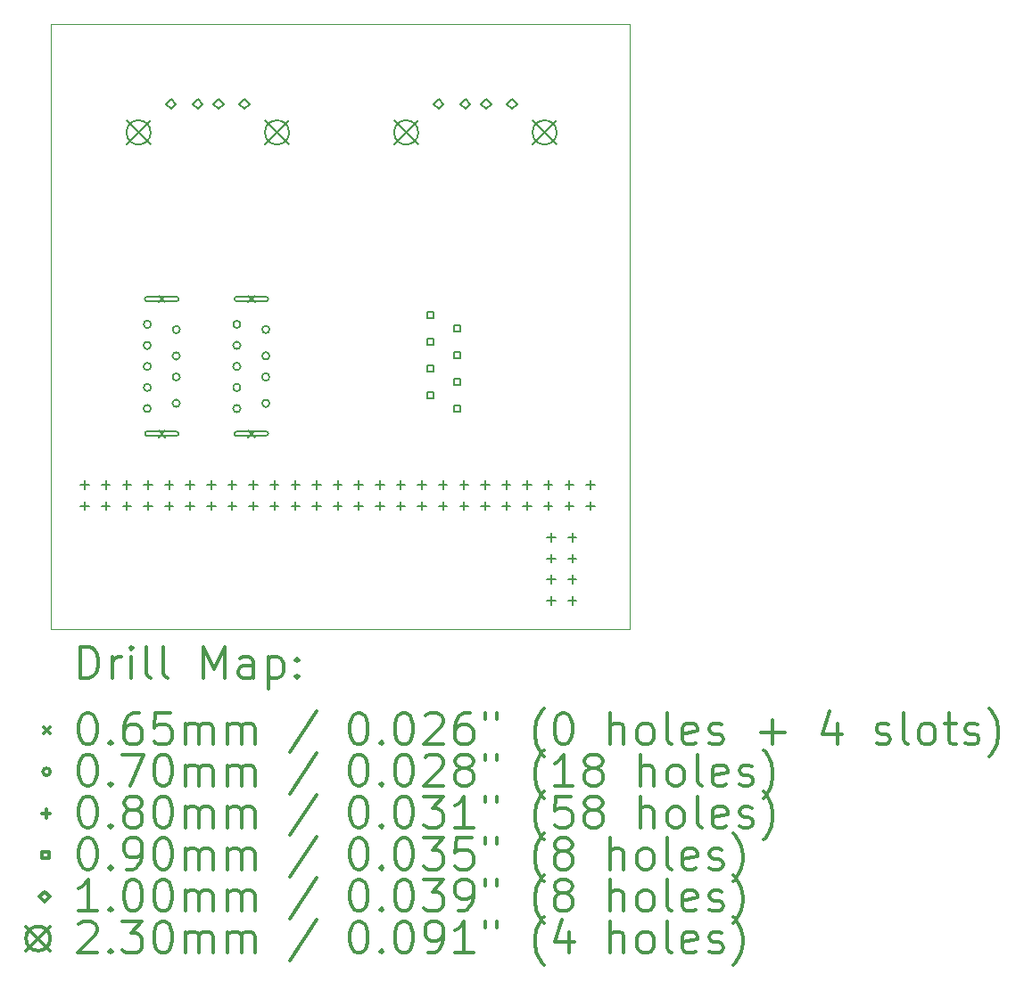
<source format=gbr>
%FSLAX45Y45*%
G04 Gerber Fmt 4.5, Leading zero omitted, Abs format (unit mm)*
G04 Created by KiCad (PCBNEW (5.1.2)-1) date 2019-10-11 14:14:24*
%MOMM*%
%LPD*%
G04 APERTURE LIST*
%ADD10C,0.050000*%
%ADD11C,0.200000*%
%ADD12C,0.300000*%
G04 APERTURE END LIST*
D10*
X13106400Y-7340600D02*
X18606400Y-7340600D01*
X13106400Y-13090600D02*
X13106400Y-7340600D01*
X18606400Y-13090600D02*
X13106400Y-13090600D01*
X18606400Y-7340600D02*
X18606400Y-13090600D01*
D11*
X14130200Y-9924900D02*
X14195200Y-9989900D01*
X14195200Y-9924900D02*
X14130200Y-9989900D01*
X14025200Y-9979900D02*
X14300200Y-9979900D01*
X14025200Y-9934900D02*
X14300200Y-9934900D01*
X14300200Y-9979900D02*
G75*
G03X14300200Y-9934900I0J22500D01*
G01*
X14025200Y-9934900D02*
G75*
G03X14025200Y-9979900I0J-22500D01*
G01*
X14130200Y-11204900D02*
X14195200Y-11269900D01*
X14195200Y-11204900D02*
X14130200Y-11269900D01*
X14025200Y-11259900D02*
X14300200Y-11259900D01*
X14025200Y-11214900D02*
X14300200Y-11214900D01*
X14300200Y-11259900D02*
G75*
G03X14300200Y-11214900I0J22500D01*
G01*
X14025200Y-11214900D02*
G75*
G03X14025200Y-11259900I0J-22500D01*
G01*
X14980200Y-9924900D02*
X15045200Y-9989900D01*
X15045200Y-9924900D02*
X14980200Y-9989900D01*
X14875200Y-9979900D02*
X15150200Y-9979900D01*
X14875200Y-9934900D02*
X15150200Y-9934900D01*
X15150200Y-9979900D02*
G75*
G03X15150200Y-9934900I0J22500D01*
G01*
X14875200Y-9934900D02*
G75*
G03X14875200Y-9979900I0J-22500D01*
G01*
X14980200Y-11204900D02*
X15045200Y-11269900D01*
X15045200Y-11204900D02*
X14980200Y-11269900D01*
X14875200Y-11259900D02*
X15150200Y-11259900D01*
X14875200Y-11214900D02*
X15150200Y-11214900D01*
X15150200Y-11259900D02*
G75*
G03X15150200Y-11214900I0J22500D01*
G01*
X14875200Y-11214900D02*
G75*
G03X14875200Y-11259900I0J-22500D01*
G01*
X14060200Y-10197400D02*
G75*
G03X14060200Y-10197400I-35000J0D01*
G01*
X14060200Y-10397400D02*
G75*
G03X14060200Y-10397400I-35000J0D01*
G01*
X14060200Y-10597400D02*
G75*
G03X14060200Y-10597400I-35000J0D01*
G01*
X14060200Y-10797400D02*
G75*
G03X14060200Y-10797400I-35000J0D01*
G01*
X14060200Y-10997400D02*
G75*
G03X14060200Y-10997400I-35000J0D01*
G01*
X14335200Y-10247400D02*
G75*
G03X14335200Y-10247400I-35000J0D01*
G01*
X14335200Y-10497400D02*
G75*
G03X14335200Y-10497400I-35000J0D01*
G01*
X14335200Y-10697400D02*
G75*
G03X14335200Y-10697400I-35000J0D01*
G01*
X14335200Y-10947400D02*
G75*
G03X14335200Y-10947400I-35000J0D01*
G01*
X14910200Y-10197400D02*
G75*
G03X14910200Y-10197400I-35000J0D01*
G01*
X14910200Y-10397400D02*
G75*
G03X14910200Y-10397400I-35000J0D01*
G01*
X14910200Y-10597400D02*
G75*
G03X14910200Y-10597400I-35000J0D01*
G01*
X14910200Y-10797400D02*
G75*
G03X14910200Y-10797400I-35000J0D01*
G01*
X14910200Y-10997400D02*
G75*
G03X14910200Y-10997400I-35000J0D01*
G01*
X15185200Y-10247400D02*
G75*
G03X15185200Y-10247400I-35000J0D01*
G01*
X15185200Y-10497400D02*
G75*
G03X15185200Y-10497400I-35000J0D01*
G01*
X15185200Y-10697400D02*
G75*
G03X15185200Y-10697400I-35000J0D01*
G01*
X15185200Y-10947400D02*
G75*
G03X15185200Y-10947400I-35000J0D01*
G01*
X17859400Y-12180600D02*
X17859400Y-12260600D01*
X17819400Y-12220600D02*
X17899400Y-12220600D01*
X17859400Y-12380600D02*
X17859400Y-12460600D01*
X17819400Y-12420600D02*
X17899400Y-12420600D01*
X17859400Y-12580600D02*
X17859400Y-12660600D01*
X17819400Y-12620600D02*
X17899400Y-12620600D01*
X17859400Y-12780600D02*
X17859400Y-12860600D01*
X17819400Y-12820600D02*
X17899400Y-12820600D01*
X18059400Y-12180600D02*
X18059400Y-12260600D01*
X18019400Y-12220600D02*
X18099400Y-12220600D01*
X18059400Y-12380600D02*
X18059400Y-12460600D01*
X18019400Y-12420600D02*
X18099400Y-12420600D01*
X18059400Y-12580600D02*
X18059400Y-12660600D01*
X18019400Y-12620600D02*
X18099400Y-12620600D01*
X18059400Y-12780600D02*
X18059400Y-12860600D01*
X18019400Y-12820600D02*
X18099400Y-12820600D01*
X13432400Y-11682600D02*
X13432400Y-11762600D01*
X13392400Y-11722600D02*
X13472400Y-11722600D01*
X13432400Y-11882600D02*
X13432400Y-11962600D01*
X13392400Y-11922600D02*
X13472400Y-11922600D01*
X13632400Y-11682600D02*
X13632400Y-11762600D01*
X13592400Y-11722600D02*
X13672400Y-11722600D01*
X13632400Y-11882600D02*
X13632400Y-11962600D01*
X13592400Y-11922600D02*
X13672400Y-11922600D01*
X13832400Y-11682600D02*
X13832400Y-11762600D01*
X13792400Y-11722600D02*
X13872400Y-11722600D01*
X13832400Y-11882600D02*
X13832400Y-11962600D01*
X13792400Y-11922600D02*
X13872400Y-11922600D01*
X14032400Y-11682600D02*
X14032400Y-11762600D01*
X13992400Y-11722600D02*
X14072400Y-11722600D01*
X14032400Y-11882600D02*
X14032400Y-11962600D01*
X13992400Y-11922600D02*
X14072400Y-11922600D01*
X14232400Y-11682600D02*
X14232400Y-11762600D01*
X14192400Y-11722600D02*
X14272400Y-11722600D01*
X14232400Y-11882600D02*
X14232400Y-11962600D01*
X14192400Y-11922600D02*
X14272400Y-11922600D01*
X14432400Y-11682600D02*
X14432400Y-11762600D01*
X14392400Y-11722600D02*
X14472400Y-11722600D01*
X14432400Y-11882600D02*
X14432400Y-11962600D01*
X14392400Y-11922600D02*
X14472400Y-11922600D01*
X14632400Y-11682600D02*
X14632400Y-11762600D01*
X14592400Y-11722600D02*
X14672400Y-11722600D01*
X14632400Y-11882600D02*
X14632400Y-11962600D01*
X14592400Y-11922600D02*
X14672400Y-11922600D01*
X14832400Y-11682600D02*
X14832400Y-11762600D01*
X14792400Y-11722600D02*
X14872400Y-11722600D01*
X14832400Y-11882600D02*
X14832400Y-11962600D01*
X14792400Y-11922600D02*
X14872400Y-11922600D01*
X15032400Y-11682600D02*
X15032400Y-11762600D01*
X14992400Y-11722600D02*
X15072400Y-11722600D01*
X15032400Y-11882600D02*
X15032400Y-11962600D01*
X14992400Y-11922600D02*
X15072400Y-11922600D01*
X15232400Y-11682600D02*
X15232400Y-11762600D01*
X15192400Y-11722600D02*
X15272400Y-11722600D01*
X15232400Y-11882600D02*
X15232400Y-11962600D01*
X15192400Y-11922600D02*
X15272400Y-11922600D01*
X15432400Y-11682600D02*
X15432400Y-11762600D01*
X15392400Y-11722600D02*
X15472400Y-11722600D01*
X15432400Y-11882600D02*
X15432400Y-11962600D01*
X15392400Y-11922600D02*
X15472400Y-11922600D01*
X15632400Y-11682600D02*
X15632400Y-11762600D01*
X15592400Y-11722600D02*
X15672400Y-11722600D01*
X15632400Y-11882600D02*
X15632400Y-11962600D01*
X15592400Y-11922600D02*
X15672400Y-11922600D01*
X15832400Y-11682600D02*
X15832400Y-11762600D01*
X15792400Y-11722600D02*
X15872400Y-11722600D01*
X15832400Y-11882600D02*
X15832400Y-11962600D01*
X15792400Y-11922600D02*
X15872400Y-11922600D01*
X16032400Y-11682600D02*
X16032400Y-11762600D01*
X15992400Y-11722600D02*
X16072400Y-11722600D01*
X16032400Y-11882600D02*
X16032400Y-11962600D01*
X15992400Y-11922600D02*
X16072400Y-11922600D01*
X16232400Y-11682600D02*
X16232400Y-11762600D01*
X16192400Y-11722600D02*
X16272400Y-11722600D01*
X16232400Y-11882600D02*
X16232400Y-11962600D01*
X16192400Y-11922600D02*
X16272400Y-11922600D01*
X16432400Y-11682600D02*
X16432400Y-11762600D01*
X16392400Y-11722600D02*
X16472400Y-11722600D01*
X16432400Y-11882600D02*
X16432400Y-11962600D01*
X16392400Y-11922600D02*
X16472400Y-11922600D01*
X16632400Y-11682600D02*
X16632400Y-11762600D01*
X16592400Y-11722600D02*
X16672400Y-11722600D01*
X16632400Y-11882600D02*
X16632400Y-11962600D01*
X16592400Y-11922600D02*
X16672400Y-11922600D01*
X16832400Y-11682600D02*
X16832400Y-11762600D01*
X16792400Y-11722600D02*
X16872400Y-11722600D01*
X16832400Y-11882600D02*
X16832400Y-11962600D01*
X16792400Y-11922600D02*
X16872400Y-11922600D01*
X17032400Y-11682600D02*
X17032400Y-11762600D01*
X16992400Y-11722600D02*
X17072400Y-11722600D01*
X17032400Y-11882600D02*
X17032400Y-11962600D01*
X16992400Y-11922600D02*
X17072400Y-11922600D01*
X17232400Y-11682600D02*
X17232400Y-11762600D01*
X17192400Y-11722600D02*
X17272400Y-11722600D01*
X17232400Y-11882600D02*
X17232400Y-11962600D01*
X17192400Y-11922600D02*
X17272400Y-11922600D01*
X17432400Y-11682600D02*
X17432400Y-11762600D01*
X17392400Y-11722600D02*
X17472400Y-11722600D01*
X17432400Y-11882600D02*
X17432400Y-11962600D01*
X17392400Y-11922600D02*
X17472400Y-11922600D01*
X17632400Y-11682600D02*
X17632400Y-11762600D01*
X17592400Y-11722600D02*
X17672400Y-11722600D01*
X17632400Y-11882600D02*
X17632400Y-11962600D01*
X17592400Y-11922600D02*
X17672400Y-11922600D01*
X17832400Y-11682600D02*
X17832400Y-11762600D01*
X17792400Y-11722600D02*
X17872400Y-11722600D01*
X17832400Y-11882600D02*
X17832400Y-11962600D01*
X17792400Y-11922600D02*
X17872400Y-11922600D01*
X18032400Y-11682600D02*
X18032400Y-11762600D01*
X17992400Y-11722600D02*
X18072400Y-11722600D01*
X18032400Y-11882600D02*
X18032400Y-11962600D01*
X17992400Y-11922600D02*
X18072400Y-11922600D01*
X18232400Y-11682600D02*
X18232400Y-11762600D01*
X18192400Y-11722600D02*
X18272400Y-11722600D01*
X18232400Y-11882600D02*
X18232400Y-11962600D01*
X18192400Y-11922600D02*
X18272400Y-11922600D01*
X16745020Y-10141020D02*
X16745020Y-10077380D01*
X16681380Y-10077380D01*
X16681380Y-10141020D01*
X16745020Y-10141020D01*
X16745020Y-10395020D02*
X16745020Y-10331380D01*
X16681380Y-10331380D01*
X16681380Y-10395020D01*
X16745020Y-10395020D01*
X16745020Y-10649020D02*
X16745020Y-10585380D01*
X16681380Y-10585380D01*
X16681380Y-10649020D01*
X16745020Y-10649020D01*
X16745020Y-10903020D02*
X16745020Y-10839380D01*
X16681380Y-10839380D01*
X16681380Y-10903020D01*
X16745020Y-10903020D01*
X16999020Y-10268020D02*
X16999020Y-10204380D01*
X16935380Y-10204380D01*
X16935380Y-10268020D01*
X16999020Y-10268020D01*
X16999020Y-10522020D02*
X16999020Y-10458380D01*
X16935380Y-10458380D01*
X16935380Y-10522020D01*
X16999020Y-10522020D01*
X16999020Y-10776020D02*
X16999020Y-10712380D01*
X16935380Y-10712380D01*
X16935380Y-10776020D01*
X16999020Y-10776020D01*
X16999020Y-11030020D02*
X16999020Y-10966380D01*
X16935380Y-10966380D01*
X16935380Y-11030020D01*
X16999020Y-11030020D01*
X16789400Y-8152600D02*
X16839400Y-8102600D01*
X16789400Y-8052600D01*
X16739400Y-8102600D01*
X16789400Y-8152600D01*
X17043400Y-8152600D02*
X17093400Y-8102600D01*
X17043400Y-8052600D01*
X16993400Y-8102600D01*
X17043400Y-8152600D01*
X17243400Y-8152600D02*
X17293400Y-8102600D01*
X17243400Y-8052600D01*
X17193400Y-8102600D01*
X17243400Y-8152600D01*
X17489400Y-8152600D02*
X17539400Y-8102600D01*
X17489400Y-8052600D01*
X17439400Y-8102600D01*
X17489400Y-8152600D01*
X14249400Y-8152600D02*
X14299400Y-8102600D01*
X14249400Y-8052600D01*
X14199400Y-8102600D01*
X14249400Y-8152600D01*
X14503400Y-8152600D02*
X14553400Y-8102600D01*
X14503400Y-8052600D01*
X14453400Y-8102600D01*
X14503400Y-8152600D01*
X14703400Y-8152600D02*
X14753400Y-8102600D01*
X14703400Y-8052600D01*
X14653400Y-8102600D01*
X14703400Y-8152600D01*
X14949400Y-8152600D02*
X14999400Y-8102600D01*
X14949400Y-8052600D01*
X14899400Y-8102600D01*
X14949400Y-8152600D01*
X16367400Y-8258600D02*
X16597400Y-8488600D01*
X16597400Y-8258600D02*
X16367400Y-8488600D01*
X16597400Y-8373600D02*
G75*
G03X16597400Y-8373600I-115000J0D01*
G01*
X17681400Y-8258600D02*
X17911400Y-8488600D01*
X17911400Y-8258600D02*
X17681400Y-8488600D01*
X17911400Y-8373600D02*
G75*
G03X17911400Y-8373600I-115000J0D01*
G01*
X13827400Y-8258600D02*
X14057400Y-8488600D01*
X14057400Y-8258600D02*
X13827400Y-8488600D01*
X14057400Y-8373600D02*
G75*
G03X14057400Y-8373600I-115000J0D01*
G01*
X15141400Y-8258600D02*
X15371400Y-8488600D01*
X15371400Y-8258600D02*
X15141400Y-8488600D01*
X15371400Y-8373600D02*
G75*
G03X15371400Y-8373600I-115000J0D01*
G01*
D12*
X13390328Y-13558814D02*
X13390328Y-13258814D01*
X13461757Y-13258814D01*
X13504614Y-13273100D01*
X13533186Y-13301671D01*
X13547471Y-13330243D01*
X13561757Y-13387386D01*
X13561757Y-13430243D01*
X13547471Y-13487386D01*
X13533186Y-13515957D01*
X13504614Y-13544529D01*
X13461757Y-13558814D01*
X13390328Y-13558814D01*
X13690328Y-13558814D02*
X13690328Y-13358814D01*
X13690328Y-13415957D02*
X13704614Y-13387386D01*
X13718900Y-13373100D01*
X13747471Y-13358814D01*
X13776043Y-13358814D01*
X13876043Y-13558814D02*
X13876043Y-13358814D01*
X13876043Y-13258814D02*
X13861757Y-13273100D01*
X13876043Y-13287386D01*
X13890328Y-13273100D01*
X13876043Y-13258814D01*
X13876043Y-13287386D01*
X14061757Y-13558814D02*
X14033186Y-13544529D01*
X14018900Y-13515957D01*
X14018900Y-13258814D01*
X14218900Y-13558814D02*
X14190328Y-13544529D01*
X14176043Y-13515957D01*
X14176043Y-13258814D01*
X14561757Y-13558814D02*
X14561757Y-13258814D01*
X14661757Y-13473100D01*
X14761757Y-13258814D01*
X14761757Y-13558814D01*
X15033186Y-13558814D02*
X15033186Y-13401671D01*
X15018900Y-13373100D01*
X14990328Y-13358814D01*
X14933186Y-13358814D01*
X14904614Y-13373100D01*
X15033186Y-13544529D02*
X15004614Y-13558814D01*
X14933186Y-13558814D01*
X14904614Y-13544529D01*
X14890328Y-13515957D01*
X14890328Y-13487386D01*
X14904614Y-13458814D01*
X14933186Y-13444529D01*
X15004614Y-13444529D01*
X15033186Y-13430243D01*
X15176043Y-13358814D02*
X15176043Y-13658814D01*
X15176043Y-13373100D02*
X15204614Y-13358814D01*
X15261757Y-13358814D01*
X15290328Y-13373100D01*
X15304614Y-13387386D01*
X15318900Y-13415957D01*
X15318900Y-13501671D01*
X15304614Y-13530243D01*
X15290328Y-13544529D01*
X15261757Y-13558814D01*
X15204614Y-13558814D01*
X15176043Y-13544529D01*
X15447471Y-13530243D02*
X15461757Y-13544529D01*
X15447471Y-13558814D01*
X15433186Y-13544529D01*
X15447471Y-13530243D01*
X15447471Y-13558814D01*
X15447471Y-13373100D02*
X15461757Y-13387386D01*
X15447471Y-13401671D01*
X15433186Y-13387386D01*
X15447471Y-13373100D01*
X15447471Y-13401671D01*
X13038900Y-14020600D02*
X13103900Y-14085600D01*
X13103900Y-14020600D02*
X13038900Y-14085600D01*
X13447471Y-13888814D02*
X13476043Y-13888814D01*
X13504614Y-13903100D01*
X13518900Y-13917386D01*
X13533186Y-13945957D01*
X13547471Y-14003100D01*
X13547471Y-14074529D01*
X13533186Y-14131671D01*
X13518900Y-14160243D01*
X13504614Y-14174529D01*
X13476043Y-14188814D01*
X13447471Y-14188814D01*
X13418900Y-14174529D01*
X13404614Y-14160243D01*
X13390328Y-14131671D01*
X13376043Y-14074529D01*
X13376043Y-14003100D01*
X13390328Y-13945957D01*
X13404614Y-13917386D01*
X13418900Y-13903100D01*
X13447471Y-13888814D01*
X13676043Y-14160243D02*
X13690328Y-14174529D01*
X13676043Y-14188814D01*
X13661757Y-14174529D01*
X13676043Y-14160243D01*
X13676043Y-14188814D01*
X13947471Y-13888814D02*
X13890328Y-13888814D01*
X13861757Y-13903100D01*
X13847471Y-13917386D01*
X13818900Y-13960243D01*
X13804614Y-14017386D01*
X13804614Y-14131671D01*
X13818900Y-14160243D01*
X13833186Y-14174529D01*
X13861757Y-14188814D01*
X13918900Y-14188814D01*
X13947471Y-14174529D01*
X13961757Y-14160243D01*
X13976043Y-14131671D01*
X13976043Y-14060243D01*
X13961757Y-14031671D01*
X13947471Y-14017386D01*
X13918900Y-14003100D01*
X13861757Y-14003100D01*
X13833186Y-14017386D01*
X13818900Y-14031671D01*
X13804614Y-14060243D01*
X14247471Y-13888814D02*
X14104614Y-13888814D01*
X14090328Y-14031671D01*
X14104614Y-14017386D01*
X14133186Y-14003100D01*
X14204614Y-14003100D01*
X14233186Y-14017386D01*
X14247471Y-14031671D01*
X14261757Y-14060243D01*
X14261757Y-14131671D01*
X14247471Y-14160243D01*
X14233186Y-14174529D01*
X14204614Y-14188814D01*
X14133186Y-14188814D01*
X14104614Y-14174529D01*
X14090328Y-14160243D01*
X14390328Y-14188814D02*
X14390328Y-13988814D01*
X14390328Y-14017386D02*
X14404614Y-14003100D01*
X14433186Y-13988814D01*
X14476043Y-13988814D01*
X14504614Y-14003100D01*
X14518900Y-14031671D01*
X14518900Y-14188814D01*
X14518900Y-14031671D02*
X14533186Y-14003100D01*
X14561757Y-13988814D01*
X14604614Y-13988814D01*
X14633186Y-14003100D01*
X14647471Y-14031671D01*
X14647471Y-14188814D01*
X14790328Y-14188814D02*
X14790328Y-13988814D01*
X14790328Y-14017386D02*
X14804614Y-14003100D01*
X14833186Y-13988814D01*
X14876043Y-13988814D01*
X14904614Y-14003100D01*
X14918900Y-14031671D01*
X14918900Y-14188814D01*
X14918900Y-14031671D02*
X14933186Y-14003100D01*
X14961757Y-13988814D01*
X15004614Y-13988814D01*
X15033186Y-14003100D01*
X15047471Y-14031671D01*
X15047471Y-14188814D01*
X15633186Y-13874529D02*
X15376043Y-14260243D01*
X16018900Y-13888814D02*
X16047471Y-13888814D01*
X16076043Y-13903100D01*
X16090328Y-13917386D01*
X16104614Y-13945957D01*
X16118900Y-14003100D01*
X16118900Y-14074529D01*
X16104614Y-14131671D01*
X16090328Y-14160243D01*
X16076043Y-14174529D01*
X16047471Y-14188814D01*
X16018900Y-14188814D01*
X15990328Y-14174529D01*
X15976043Y-14160243D01*
X15961757Y-14131671D01*
X15947471Y-14074529D01*
X15947471Y-14003100D01*
X15961757Y-13945957D01*
X15976043Y-13917386D01*
X15990328Y-13903100D01*
X16018900Y-13888814D01*
X16247471Y-14160243D02*
X16261757Y-14174529D01*
X16247471Y-14188814D01*
X16233186Y-14174529D01*
X16247471Y-14160243D01*
X16247471Y-14188814D01*
X16447471Y-13888814D02*
X16476043Y-13888814D01*
X16504614Y-13903100D01*
X16518900Y-13917386D01*
X16533186Y-13945957D01*
X16547471Y-14003100D01*
X16547471Y-14074529D01*
X16533186Y-14131671D01*
X16518900Y-14160243D01*
X16504614Y-14174529D01*
X16476043Y-14188814D01*
X16447471Y-14188814D01*
X16418900Y-14174529D01*
X16404614Y-14160243D01*
X16390328Y-14131671D01*
X16376043Y-14074529D01*
X16376043Y-14003100D01*
X16390328Y-13945957D01*
X16404614Y-13917386D01*
X16418900Y-13903100D01*
X16447471Y-13888814D01*
X16661757Y-13917386D02*
X16676043Y-13903100D01*
X16704614Y-13888814D01*
X16776043Y-13888814D01*
X16804614Y-13903100D01*
X16818900Y-13917386D01*
X16833186Y-13945957D01*
X16833186Y-13974529D01*
X16818900Y-14017386D01*
X16647471Y-14188814D01*
X16833186Y-14188814D01*
X17090328Y-13888814D02*
X17033186Y-13888814D01*
X17004614Y-13903100D01*
X16990328Y-13917386D01*
X16961757Y-13960243D01*
X16947471Y-14017386D01*
X16947471Y-14131671D01*
X16961757Y-14160243D01*
X16976043Y-14174529D01*
X17004614Y-14188814D01*
X17061757Y-14188814D01*
X17090328Y-14174529D01*
X17104614Y-14160243D01*
X17118900Y-14131671D01*
X17118900Y-14060243D01*
X17104614Y-14031671D01*
X17090328Y-14017386D01*
X17061757Y-14003100D01*
X17004614Y-14003100D01*
X16976043Y-14017386D01*
X16961757Y-14031671D01*
X16947471Y-14060243D01*
X17233186Y-13888814D02*
X17233186Y-13945957D01*
X17347471Y-13888814D02*
X17347471Y-13945957D01*
X17790328Y-14303100D02*
X17776043Y-14288814D01*
X17747471Y-14245957D01*
X17733186Y-14217386D01*
X17718900Y-14174529D01*
X17704614Y-14103100D01*
X17704614Y-14045957D01*
X17718900Y-13974529D01*
X17733186Y-13931671D01*
X17747471Y-13903100D01*
X17776043Y-13860243D01*
X17790328Y-13845957D01*
X17961757Y-13888814D02*
X17990328Y-13888814D01*
X18018900Y-13903100D01*
X18033186Y-13917386D01*
X18047471Y-13945957D01*
X18061757Y-14003100D01*
X18061757Y-14074529D01*
X18047471Y-14131671D01*
X18033186Y-14160243D01*
X18018900Y-14174529D01*
X17990328Y-14188814D01*
X17961757Y-14188814D01*
X17933186Y-14174529D01*
X17918900Y-14160243D01*
X17904614Y-14131671D01*
X17890328Y-14074529D01*
X17890328Y-14003100D01*
X17904614Y-13945957D01*
X17918900Y-13917386D01*
X17933186Y-13903100D01*
X17961757Y-13888814D01*
X18418900Y-14188814D02*
X18418900Y-13888814D01*
X18547471Y-14188814D02*
X18547471Y-14031671D01*
X18533186Y-14003100D01*
X18504614Y-13988814D01*
X18461757Y-13988814D01*
X18433186Y-14003100D01*
X18418900Y-14017386D01*
X18733186Y-14188814D02*
X18704614Y-14174529D01*
X18690328Y-14160243D01*
X18676043Y-14131671D01*
X18676043Y-14045957D01*
X18690328Y-14017386D01*
X18704614Y-14003100D01*
X18733186Y-13988814D01*
X18776043Y-13988814D01*
X18804614Y-14003100D01*
X18818900Y-14017386D01*
X18833186Y-14045957D01*
X18833186Y-14131671D01*
X18818900Y-14160243D01*
X18804614Y-14174529D01*
X18776043Y-14188814D01*
X18733186Y-14188814D01*
X19004614Y-14188814D02*
X18976043Y-14174529D01*
X18961757Y-14145957D01*
X18961757Y-13888814D01*
X19233186Y-14174529D02*
X19204614Y-14188814D01*
X19147471Y-14188814D01*
X19118900Y-14174529D01*
X19104614Y-14145957D01*
X19104614Y-14031671D01*
X19118900Y-14003100D01*
X19147471Y-13988814D01*
X19204614Y-13988814D01*
X19233186Y-14003100D01*
X19247471Y-14031671D01*
X19247471Y-14060243D01*
X19104614Y-14088814D01*
X19361757Y-14174529D02*
X19390328Y-14188814D01*
X19447471Y-14188814D01*
X19476043Y-14174529D01*
X19490328Y-14145957D01*
X19490328Y-14131671D01*
X19476043Y-14103100D01*
X19447471Y-14088814D01*
X19404614Y-14088814D01*
X19376043Y-14074529D01*
X19361757Y-14045957D01*
X19361757Y-14031671D01*
X19376043Y-14003100D01*
X19404614Y-13988814D01*
X19447471Y-13988814D01*
X19476043Y-14003100D01*
X19847471Y-14074529D02*
X20076043Y-14074529D01*
X19961757Y-14188814D02*
X19961757Y-13960243D01*
X20576043Y-13988814D02*
X20576043Y-14188814D01*
X20504614Y-13874529D02*
X20433186Y-14088814D01*
X20618900Y-14088814D01*
X20947471Y-14174529D02*
X20976043Y-14188814D01*
X21033186Y-14188814D01*
X21061757Y-14174529D01*
X21076043Y-14145957D01*
X21076043Y-14131671D01*
X21061757Y-14103100D01*
X21033186Y-14088814D01*
X20990328Y-14088814D01*
X20961757Y-14074529D01*
X20947471Y-14045957D01*
X20947471Y-14031671D01*
X20961757Y-14003100D01*
X20990328Y-13988814D01*
X21033186Y-13988814D01*
X21061757Y-14003100D01*
X21247471Y-14188814D02*
X21218900Y-14174529D01*
X21204614Y-14145957D01*
X21204614Y-13888814D01*
X21404614Y-14188814D02*
X21376043Y-14174529D01*
X21361757Y-14160243D01*
X21347471Y-14131671D01*
X21347471Y-14045957D01*
X21361757Y-14017386D01*
X21376043Y-14003100D01*
X21404614Y-13988814D01*
X21447471Y-13988814D01*
X21476043Y-14003100D01*
X21490328Y-14017386D01*
X21504614Y-14045957D01*
X21504614Y-14131671D01*
X21490328Y-14160243D01*
X21476043Y-14174529D01*
X21447471Y-14188814D01*
X21404614Y-14188814D01*
X21590328Y-13988814D02*
X21704614Y-13988814D01*
X21633186Y-13888814D02*
X21633186Y-14145957D01*
X21647471Y-14174529D01*
X21676043Y-14188814D01*
X21704614Y-14188814D01*
X21790328Y-14174529D02*
X21818900Y-14188814D01*
X21876043Y-14188814D01*
X21904614Y-14174529D01*
X21918900Y-14145957D01*
X21918900Y-14131671D01*
X21904614Y-14103100D01*
X21876043Y-14088814D01*
X21833186Y-14088814D01*
X21804614Y-14074529D01*
X21790328Y-14045957D01*
X21790328Y-14031671D01*
X21804614Y-14003100D01*
X21833186Y-13988814D01*
X21876043Y-13988814D01*
X21904614Y-14003100D01*
X22018900Y-14303100D02*
X22033186Y-14288814D01*
X22061757Y-14245957D01*
X22076043Y-14217386D01*
X22090328Y-14174529D01*
X22104614Y-14103100D01*
X22104614Y-14045957D01*
X22090328Y-13974529D01*
X22076043Y-13931671D01*
X22061757Y-13903100D01*
X22033186Y-13860243D01*
X22018900Y-13845957D01*
X13103900Y-14449100D02*
G75*
G03X13103900Y-14449100I-35000J0D01*
G01*
X13447471Y-14284814D02*
X13476043Y-14284814D01*
X13504614Y-14299100D01*
X13518900Y-14313386D01*
X13533186Y-14341957D01*
X13547471Y-14399100D01*
X13547471Y-14470529D01*
X13533186Y-14527671D01*
X13518900Y-14556243D01*
X13504614Y-14570529D01*
X13476043Y-14584814D01*
X13447471Y-14584814D01*
X13418900Y-14570529D01*
X13404614Y-14556243D01*
X13390328Y-14527671D01*
X13376043Y-14470529D01*
X13376043Y-14399100D01*
X13390328Y-14341957D01*
X13404614Y-14313386D01*
X13418900Y-14299100D01*
X13447471Y-14284814D01*
X13676043Y-14556243D02*
X13690328Y-14570529D01*
X13676043Y-14584814D01*
X13661757Y-14570529D01*
X13676043Y-14556243D01*
X13676043Y-14584814D01*
X13790328Y-14284814D02*
X13990328Y-14284814D01*
X13861757Y-14584814D01*
X14161757Y-14284814D02*
X14190328Y-14284814D01*
X14218900Y-14299100D01*
X14233186Y-14313386D01*
X14247471Y-14341957D01*
X14261757Y-14399100D01*
X14261757Y-14470529D01*
X14247471Y-14527671D01*
X14233186Y-14556243D01*
X14218900Y-14570529D01*
X14190328Y-14584814D01*
X14161757Y-14584814D01*
X14133186Y-14570529D01*
X14118900Y-14556243D01*
X14104614Y-14527671D01*
X14090328Y-14470529D01*
X14090328Y-14399100D01*
X14104614Y-14341957D01*
X14118900Y-14313386D01*
X14133186Y-14299100D01*
X14161757Y-14284814D01*
X14390328Y-14584814D02*
X14390328Y-14384814D01*
X14390328Y-14413386D02*
X14404614Y-14399100D01*
X14433186Y-14384814D01*
X14476043Y-14384814D01*
X14504614Y-14399100D01*
X14518900Y-14427671D01*
X14518900Y-14584814D01*
X14518900Y-14427671D02*
X14533186Y-14399100D01*
X14561757Y-14384814D01*
X14604614Y-14384814D01*
X14633186Y-14399100D01*
X14647471Y-14427671D01*
X14647471Y-14584814D01*
X14790328Y-14584814D02*
X14790328Y-14384814D01*
X14790328Y-14413386D02*
X14804614Y-14399100D01*
X14833186Y-14384814D01*
X14876043Y-14384814D01*
X14904614Y-14399100D01*
X14918900Y-14427671D01*
X14918900Y-14584814D01*
X14918900Y-14427671D02*
X14933186Y-14399100D01*
X14961757Y-14384814D01*
X15004614Y-14384814D01*
X15033186Y-14399100D01*
X15047471Y-14427671D01*
X15047471Y-14584814D01*
X15633186Y-14270529D02*
X15376043Y-14656243D01*
X16018900Y-14284814D02*
X16047471Y-14284814D01*
X16076043Y-14299100D01*
X16090328Y-14313386D01*
X16104614Y-14341957D01*
X16118900Y-14399100D01*
X16118900Y-14470529D01*
X16104614Y-14527671D01*
X16090328Y-14556243D01*
X16076043Y-14570529D01*
X16047471Y-14584814D01*
X16018900Y-14584814D01*
X15990328Y-14570529D01*
X15976043Y-14556243D01*
X15961757Y-14527671D01*
X15947471Y-14470529D01*
X15947471Y-14399100D01*
X15961757Y-14341957D01*
X15976043Y-14313386D01*
X15990328Y-14299100D01*
X16018900Y-14284814D01*
X16247471Y-14556243D02*
X16261757Y-14570529D01*
X16247471Y-14584814D01*
X16233186Y-14570529D01*
X16247471Y-14556243D01*
X16247471Y-14584814D01*
X16447471Y-14284814D02*
X16476043Y-14284814D01*
X16504614Y-14299100D01*
X16518900Y-14313386D01*
X16533186Y-14341957D01*
X16547471Y-14399100D01*
X16547471Y-14470529D01*
X16533186Y-14527671D01*
X16518900Y-14556243D01*
X16504614Y-14570529D01*
X16476043Y-14584814D01*
X16447471Y-14584814D01*
X16418900Y-14570529D01*
X16404614Y-14556243D01*
X16390328Y-14527671D01*
X16376043Y-14470529D01*
X16376043Y-14399100D01*
X16390328Y-14341957D01*
X16404614Y-14313386D01*
X16418900Y-14299100D01*
X16447471Y-14284814D01*
X16661757Y-14313386D02*
X16676043Y-14299100D01*
X16704614Y-14284814D01*
X16776043Y-14284814D01*
X16804614Y-14299100D01*
X16818900Y-14313386D01*
X16833186Y-14341957D01*
X16833186Y-14370529D01*
X16818900Y-14413386D01*
X16647471Y-14584814D01*
X16833186Y-14584814D01*
X17004614Y-14413386D02*
X16976043Y-14399100D01*
X16961757Y-14384814D01*
X16947471Y-14356243D01*
X16947471Y-14341957D01*
X16961757Y-14313386D01*
X16976043Y-14299100D01*
X17004614Y-14284814D01*
X17061757Y-14284814D01*
X17090328Y-14299100D01*
X17104614Y-14313386D01*
X17118900Y-14341957D01*
X17118900Y-14356243D01*
X17104614Y-14384814D01*
X17090328Y-14399100D01*
X17061757Y-14413386D01*
X17004614Y-14413386D01*
X16976043Y-14427671D01*
X16961757Y-14441957D01*
X16947471Y-14470529D01*
X16947471Y-14527671D01*
X16961757Y-14556243D01*
X16976043Y-14570529D01*
X17004614Y-14584814D01*
X17061757Y-14584814D01*
X17090328Y-14570529D01*
X17104614Y-14556243D01*
X17118900Y-14527671D01*
X17118900Y-14470529D01*
X17104614Y-14441957D01*
X17090328Y-14427671D01*
X17061757Y-14413386D01*
X17233186Y-14284814D02*
X17233186Y-14341957D01*
X17347471Y-14284814D02*
X17347471Y-14341957D01*
X17790328Y-14699100D02*
X17776043Y-14684814D01*
X17747471Y-14641957D01*
X17733186Y-14613386D01*
X17718900Y-14570529D01*
X17704614Y-14499100D01*
X17704614Y-14441957D01*
X17718900Y-14370529D01*
X17733186Y-14327671D01*
X17747471Y-14299100D01*
X17776043Y-14256243D01*
X17790328Y-14241957D01*
X18061757Y-14584814D02*
X17890328Y-14584814D01*
X17976043Y-14584814D02*
X17976043Y-14284814D01*
X17947471Y-14327671D01*
X17918900Y-14356243D01*
X17890328Y-14370529D01*
X18233186Y-14413386D02*
X18204614Y-14399100D01*
X18190328Y-14384814D01*
X18176043Y-14356243D01*
X18176043Y-14341957D01*
X18190328Y-14313386D01*
X18204614Y-14299100D01*
X18233186Y-14284814D01*
X18290328Y-14284814D01*
X18318900Y-14299100D01*
X18333186Y-14313386D01*
X18347471Y-14341957D01*
X18347471Y-14356243D01*
X18333186Y-14384814D01*
X18318900Y-14399100D01*
X18290328Y-14413386D01*
X18233186Y-14413386D01*
X18204614Y-14427671D01*
X18190328Y-14441957D01*
X18176043Y-14470529D01*
X18176043Y-14527671D01*
X18190328Y-14556243D01*
X18204614Y-14570529D01*
X18233186Y-14584814D01*
X18290328Y-14584814D01*
X18318900Y-14570529D01*
X18333186Y-14556243D01*
X18347471Y-14527671D01*
X18347471Y-14470529D01*
X18333186Y-14441957D01*
X18318900Y-14427671D01*
X18290328Y-14413386D01*
X18704614Y-14584814D02*
X18704614Y-14284814D01*
X18833186Y-14584814D02*
X18833186Y-14427671D01*
X18818900Y-14399100D01*
X18790328Y-14384814D01*
X18747471Y-14384814D01*
X18718900Y-14399100D01*
X18704614Y-14413386D01*
X19018900Y-14584814D02*
X18990328Y-14570529D01*
X18976043Y-14556243D01*
X18961757Y-14527671D01*
X18961757Y-14441957D01*
X18976043Y-14413386D01*
X18990328Y-14399100D01*
X19018900Y-14384814D01*
X19061757Y-14384814D01*
X19090328Y-14399100D01*
X19104614Y-14413386D01*
X19118900Y-14441957D01*
X19118900Y-14527671D01*
X19104614Y-14556243D01*
X19090328Y-14570529D01*
X19061757Y-14584814D01*
X19018900Y-14584814D01*
X19290328Y-14584814D02*
X19261757Y-14570529D01*
X19247471Y-14541957D01*
X19247471Y-14284814D01*
X19518900Y-14570529D02*
X19490328Y-14584814D01*
X19433186Y-14584814D01*
X19404614Y-14570529D01*
X19390328Y-14541957D01*
X19390328Y-14427671D01*
X19404614Y-14399100D01*
X19433186Y-14384814D01*
X19490328Y-14384814D01*
X19518900Y-14399100D01*
X19533186Y-14427671D01*
X19533186Y-14456243D01*
X19390328Y-14484814D01*
X19647471Y-14570529D02*
X19676043Y-14584814D01*
X19733186Y-14584814D01*
X19761757Y-14570529D01*
X19776043Y-14541957D01*
X19776043Y-14527671D01*
X19761757Y-14499100D01*
X19733186Y-14484814D01*
X19690328Y-14484814D01*
X19661757Y-14470529D01*
X19647471Y-14441957D01*
X19647471Y-14427671D01*
X19661757Y-14399100D01*
X19690328Y-14384814D01*
X19733186Y-14384814D01*
X19761757Y-14399100D01*
X19876043Y-14699100D02*
X19890328Y-14684814D01*
X19918900Y-14641957D01*
X19933186Y-14613386D01*
X19947471Y-14570529D01*
X19961757Y-14499100D01*
X19961757Y-14441957D01*
X19947471Y-14370529D01*
X19933186Y-14327671D01*
X19918900Y-14299100D01*
X19890328Y-14256243D01*
X19876043Y-14241957D01*
X13063900Y-14805100D02*
X13063900Y-14885100D01*
X13023900Y-14845100D02*
X13103900Y-14845100D01*
X13447471Y-14680814D02*
X13476043Y-14680814D01*
X13504614Y-14695100D01*
X13518900Y-14709386D01*
X13533186Y-14737957D01*
X13547471Y-14795100D01*
X13547471Y-14866529D01*
X13533186Y-14923671D01*
X13518900Y-14952243D01*
X13504614Y-14966529D01*
X13476043Y-14980814D01*
X13447471Y-14980814D01*
X13418900Y-14966529D01*
X13404614Y-14952243D01*
X13390328Y-14923671D01*
X13376043Y-14866529D01*
X13376043Y-14795100D01*
X13390328Y-14737957D01*
X13404614Y-14709386D01*
X13418900Y-14695100D01*
X13447471Y-14680814D01*
X13676043Y-14952243D02*
X13690328Y-14966529D01*
X13676043Y-14980814D01*
X13661757Y-14966529D01*
X13676043Y-14952243D01*
X13676043Y-14980814D01*
X13861757Y-14809386D02*
X13833186Y-14795100D01*
X13818900Y-14780814D01*
X13804614Y-14752243D01*
X13804614Y-14737957D01*
X13818900Y-14709386D01*
X13833186Y-14695100D01*
X13861757Y-14680814D01*
X13918900Y-14680814D01*
X13947471Y-14695100D01*
X13961757Y-14709386D01*
X13976043Y-14737957D01*
X13976043Y-14752243D01*
X13961757Y-14780814D01*
X13947471Y-14795100D01*
X13918900Y-14809386D01*
X13861757Y-14809386D01*
X13833186Y-14823671D01*
X13818900Y-14837957D01*
X13804614Y-14866529D01*
X13804614Y-14923671D01*
X13818900Y-14952243D01*
X13833186Y-14966529D01*
X13861757Y-14980814D01*
X13918900Y-14980814D01*
X13947471Y-14966529D01*
X13961757Y-14952243D01*
X13976043Y-14923671D01*
X13976043Y-14866529D01*
X13961757Y-14837957D01*
X13947471Y-14823671D01*
X13918900Y-14809386D01*
X14161757Y-14680814D02*
X14190328Y-14680814D01*
X14218900Y-14695100D01*
X14233186Y-14709386D01*
X14247471Y-14737957D01*
X14261757Y-14795100D01*
X14261757Y-14866529D01*
X14247471Y-14923671D01*
X14233186Y-14952243D01*
X14218900Y-14966529D01*
X14190328Y-14980814D01*
X14161757Y-14980814D01*
X14133186Y-14966529D01*
X14118900Y-14952243D01*
X14104614Y-14923671D01*
X14090328Y-14866529D01*
X14090328Y-14795100D01*
X14104614Y-14737957D01*
X14118900Y-14709386D01*
X14133186Y-14695100D01*
X14161757Y-14680814D01*
X14390328Y-14980814D02*
X14390328Y-14780814D01*
X14390328Y-14809386D02*
X14404614Y-14795100D01*
X14433186Y-14780814D01*
X14476043Y-14780814D01*
X14504614Y-14795100D01*
X14518900Y-14823671D01*
X14518900Y-14980814D01*
X14518900Y-14823671D02*
X14533186Y-14795100D01*
X14561757Y-14780814D01*
X14604614Y-14780814D01*
X14633186Y-14795100D01*
X14647471Y-14823671D01*
X14647471Y-14980814D01*
X14790328Y-14980814D02*
X14790328Y-14780814D01*
X14790328Y-14809386D02*
X14804614Y-14795100D01*
X14833186Y-14780814D01*
X14876043Y-14780814D01*
X14904614Y-14795100D01*
X14918900Y-14823671D01*
X14918900Y-14980814D01*
X14918900Y-14823671D02*
X14933186Y-14795100D01*
X14961757Y-14780814D01*
X15004614Y-14780814D01*
X15033186Y-14795100D01*
X15047471Y-14823671D01*
X15047471Y-14980814D01*
X15633186Y-14666529D02*
X15376043Y-15052243D01*
X16018900Y-14680814D02*
X16047471Y-14680814D01*
X16076043Y-14695100D01*
X16090328Y-14709386D01*
X16104614Y-14737957D01*
X16118900Y-14795100D01*
X16118900Y-14866529D01*
X16104614Y-14923671D01*
X16090328Y-14952243D01*
X16076043Y-14966529D01*
X16047471Y-14980814D01*
X16018900Y-14980814D01*
X15990328Y-14966529D01*
X15976043Y-14952243D01*
X15961757Y-14923671D01*
X15947471Y-14866529D01*
X15947471Y-14795100D01*
X15961757Y-14737957D01*
X15976043Y-14709386D01*
X15990328Y-14695100D01*
X16018900Y-14680814D01*
X16247471Y-14952243D02*
X16261757Y-14966529D01*
X16247471Y-14980814D01*
X16233186Y-14966529D01*
X16247471Y-14952243D01*
X16247471Y-14980814D01*
X16447471Y-14680814D02*
X16476043Y-14680814D01*
X16504614Y-14695100D01*
X16518900Y-14709386D01*
X16533186Y-14737957D01*
X16547471Y-14795100D01*
X16547471Y-14866529D01*
X16533186Y-14923671D01*
X16518900Y-14952243D01*
X16504614Y-14966529D01*
X16476043Y-14980814D01*
X16447471Y-14980814D01*
X16418900Y-14966529D01*
X16404614Y-14952243D01*
X16390328Y-14923671D01*
X16376043Y-14866529D01*
X16376043Y-14795100D01*
X16390328Y-14737957D01*
X16404614Y-14709386D01*
X16418900Y-14695100D01*
X16447471Y-14680814D01*
X16647471Y-14680814D02*
X16833186Y-14680814D01*
X16733186Y-14795100D01*
X16776043Y-14795100D01*
X16804614Y-14809386D01*
X16818900Y-14823671D01*
X16833186Y-14852243D01*
X16833186Y-14923671D01*
X16818900Y-14952243D01*
X16804614Y-14966529D01*
X16776043Y-14980814D01*
X16690328Y-14980814D01*
X16661757Y-14966529D01*
X16647471Y-14952243D01*
X17118900Y-14980814D02*
X16947471Y-14980814D01*
X17033186Y-14980814D02*
X17033186Y-14680814D01*
X17004614Y-14723671D01*
X16976043Y-14752243D01*
X16947471Y-14766529D01*
X17233186Y-14680814D02*
X17233186Y-14737957D01*
X17347471Y-14680814D02*
X17347471Y-14737957D01*
X17790328Y-15095100D02*
X17776043Y-15080814D01*
X17747471Y-15037957D01*
X17733186Y-15009386D01*
X17718900Y-14966529D01*
X17704614Y-14895100D01*
X17704614Y-14837957D01*
X17718900Y-14766529D01*
X17733186Y-14723671D01*
X17747471Y-14695100D01*
X17776043Y-14652243D01*
X17790328Y-14637957D01*
X18047471Y-14680814D02*
X17904614Y-14680814D01*
X17890328Y-14823671D01*
X17904614Y-14809386D01*
X17933186Y-14795100D01*
X18004614Y-14795100D01*
X18033186Y-14809386D01*
X18047471Y-14823671D01*
X18061757Y-14852243D01*
X18061757Y-14923671D01*
X18047471Y-14952243D01*
X18033186Y-14966529D01*
X18004614Y-14980814D01*
X17933186Y-14980814D01*
X17904614Y-14966529D01*
X17890328Y-14952243D01*
X18233186Y-14809386D02*
X18204614Y-14795100D01*
X18190328Y-14780814D01*
X18176043Y-14752243D01*
X18176043Y-14737957D01*
X18190328Y-14709386D01*
X18204614Y-14695100D01*
X18233186Y-14680814D01*
X18290328Y-14680814D01*
X18318900Y-14695100D01*
X18333186Y-14709386D01*
X18347471Y-14737957D01*
X18347471Y-14752243D01*
X18333186Y-14780814D01*
X18318900Y-14795100D01*
X18290328Y-14809386D01*
X18233186Y-14809386D01*
X18204614Y-14823671D01*
X18190328Y-14837957D01*
X18176043Y-14866529D01*
X18176043Y-14923671D01*
X18190328Y-14952243D01*
X18204614Y-14966529D01*
X18233186Y-14980814D01*
X18290328Y-14980814D01*
X18318900Y-14966529D01*
X18333186Y-14952243D01*
X18347471Y-14923671D01*
X18347471Y-14866529D01*
X18333186Y-14837957D01*
X18318900Y-14823671D01*
X18290328Y-14809386D01*
X18704614Y-14980814D02*
X18704614Y-14680814D01*
X18833186Y-14980814D02*
X18833186Y-14823671D01*
X18818900Y-14795100D01*
X18790328Y-14780814D01*
X18747471Y-14780814D01*
X18718900Y-14795100D01*
X18704614Y-14809386D01*
X19018900Y-14980814D02*
X18990328Y-14966529D01*
X18976043Y-14952243D01*
X18961757Y-14923671D01*
X18961757Y-14837957D01*
X18976043Y-14809386D01*
X18990328Y-14795100D01*
X19018900Y-14780814D01*
X19061757Y-14780814D01*
X19090328Y-14795100D01*
X19104614Y-14809386D01*
X19118900Y-14837957D01*
X19118900Y-14923671D01*
X19104614Y-14952243D01*
X19090328Y-14966529D01*
X19061757Y-14980814D01*
X19018900Y-14980814D01*
X19290328Y-14980814D02*
X19261757Y-14966529D01*
X19247471Y-14937957D01*
X19247471Y-14680814D01*
X19518900Y-14966529D02*
X19490328Y-14980814D01*
X19433186Y-14980814D01*
X19404614Y-14966529D01*
X19390328Y-14937957D01*
X19390328Y-14823671D01*
X19404614Y-14795100D01*
X19433186Y-14780814D01*
X19490328Y-14780814D01*
X19518900Y-14795100D01*
X19533186Y-14823671D01*
X19533186Y-14852243D01*
X19390328Y-14880814D01*
X19647471Y-14966529D02*
X19676043Y-14980814D01*
X19733186Y-14980814D01*
X19761757Y-14966529D01*
X19776043Y-14937957D01*
X19776043Y-14923671D01*
X19761757Y-14895100D01*
X19733186Y-14880814D01*
X19690328Y-14880814D01*
X19661757Y-14866529D01*
X19647471Y-14837957D01*
X19647471Y-14823671D01*
X19661757Y-14795100D01*
X19690328Y-14780814D01*
X19733186Y-14780814D01*
X19761757Y-14795100D01*
X19876043Y-15095100D02*
X19890328Y-15080814D01*
X19918900Y-15037957D01*
X19933186Y-15009386D01*
X19947471Y-14966529D01*
X19961757Y-14895100D01*
X19961757Y-14837957D01*
X19947471Y-14766529D01*
X19933186Y-14723671D01*
X19918900Y-14695100D01*
X19890328Y-14652243D01*
X19876043Y-14637957D01*
X13090720Y-15272920D02*
X13090720Y-15209280D01*
X13027080Y-15209280D01*
X13027080Y-15272920D01*
X13090720Y-15272920D01*
X13447471Y-15076814D02*
X13476043Y-15076814D01*
X13504614Y-15091100D01*
X13518900Y-15105386D01*
X13533186Y-15133957D01*
X13547471Y-15191100D01*
X13547471Y-15262529D01*
X13533186Y-15319671D01*
X13518900Y-15348243D01*
X13504614Y-15362529D01*
X13476043Y-15376814D01*
X13447471Y-15376814D01*
X13418900Y-15362529D01*
X13404614Y-15348243D01*
X13390328Y-15319671D01*
X13376043Y-15262529D01*
X13376043Y-15191100D01*
X13390328Y-15133957D01*
X13404614Y-15105386D01*
X13418900Y-15091100D01*
X13447471Y-15076814D01*
X13676043Y-15348243D02*
X13690328Y-15362529D01*
X13676043Y-15376814D01*
X13661757Y-15362529D01*
X13676043Y-15348243D01*
X13676043Y-15376814D01*
X13833186Y-15376814D02*
X13890328Y-15376814D01*
X13918900Y-15362529D01*
X13933186Y-15348243D01*
X13961757Y-15305386D01*
X13976043Y-15248243D01*
X13976043Y-15133957D01*
X13961757Y-15105386D01*
X13947471Y-15091100D01*
X13918900Y-15076814D01*
X13861757Y-15076814D01*
X13833186Y-15091100D01*
X13818900Y-15105386D01*
X13804614Y-15133957D01*
X13804614Y-15205386D01*
X13818900Y-15233957D01*
X13833186Y-15248243D01*
X13861757Y-15262529D01*
X13918900Y-15262529D01*
X13947471Y-15248243D01*
X13961757Y-15233957D01*
X13976043Y-15205386D01*
X14161757Y-15076814D02*
X14190328Y-15076814D01*
X14218900Y-15091100D01*
X14233186Y-15105386D01*
X14247471Y-15133957D01*
X14261757Y-15191100D01*
X14261757Y-15262529D01*
X14247471Y-15319671D01*
X14233186Y-15348243D01*
X14218900Y-15362529D01*
X14190328Y-15376814D01*
X14161757Y-15376814D01*
X14133186Y-15362529D01*
X14118900Y-15348243D01*
X14104614Y-15319671D01*
X14090328Y-15262529D01*
X14090328Y-15191100D01*
X14104614Y-15133957D01*
X14118900Y-15105386D01*
X14133186Y-15091100D01*
X14161757Y-15076814D01*
X14390328Y-15376814D02*
X14390328Y-15176814D01*
X14390328Y-15205386D02*
X14404614Y-15191100D01*
X14433186Y-15176814D01*
X14476043Y-15176814D01*
X14504614Y-15191100D01*
X14518900Y-15219671D01*
X14518900Y-15376814D01*
X14518900Y-15219671D02*
X14533186Y-15191100D01*
X14561757Y-15176814D01*
X14604614Y-15176814D01*
X14633186Y-15191100D01*
X14647471Y-15219671D01*
X14647471Y-15376814D01*
X14790328Y-15376814D02*
X14790328Y-15176814D01*
X14790328Y-15205386D02*
X14804614Y-15191100D01*
X14833186Y-15176814D01*
X14876043Y-15176814D01*
X14904614Y-15191100D01*
X14918900Y-15219671D01*
X14918900Y-15376814D01*
X14918900Y-15219671D02*
X14933186Y-15191100D01*
X14961757Y-15176814D01*
X15004614Y-15176814D01*
X15033186Y-15191100D01*
X15047471Y-15219671D01*
X15047471Y-15376814D01*
X15633186Y-15062529D02*
X15376043Y-15448243D01*
X16018900Y-15076814D02*
X16047471Y-15076814D01*
X16076043Y-15091100D01*
X16090328Y-15105386D01*
X16104614Y-15133957D01*
X16118900Y-15191100D01*
X16118900Y-15262529D01*
X16104614Y-15319671D01*
X16090328Y-15348243D01*
X16076043Y-15362529D01*
X16047471Y-15376814D01*
X16018900Y-15376814D01*
X15990328Y-15362529D01*
X15976043Y-15348243D01*
X15961757Y-15319671D01*
X15947471Y-15262529D01*
X15947471Y-15191100D01*
X15961757Y-15133957D01*
X15976043Y-15105386D01*
X15990328Y-15091100D01*
X16018900Y-15076814D01*
X16247471Y-15348243D02*
X16261757Y-15362529D01*
X16247471Y-15376814D01*
X16233186Y-15362529D01*
X16247471Y-15348243D01*
X16247471Y-15376814D01*
X16447471Y-15076814D02*
X16476043Y-15076814D01*
X16504614Y-15091100D01*
X16518900Y-15105386D01*
X16533186Y-15133957D01*
X16547471Y-15191100D01*
X16547471Y-15262529D01*
X16533186Y-15319671D01*
X16518900Y-15348243D01*
X16504614Y-15362529D01*
X16476043Y-15376814D01*
X16447471Y-15376814D01*
X16418900Y-15362529D01*
X16404614Y-15348243D01*
X16390328Y-15319671D01*
X16376043Y-15262529D01*
X16376043Y-15191100D01*
X16390328Y-15133957D01*
X16404614Y-15105386D01*
X16418900Y-15091100D01*
X16447471Y-15076814D01*
X16647471Y-15076814D02*
X16833186Y-15076814D01*
X16733186Y-15191100D01*
X16776043Y-15191100D01*
X16804614Y-15205386D01*
X16818900Y-15219671D01*
X16833186Y-15248243D01*
X16833186Y-15319671D01*
X16818900Y-15348243D01*
X16804614Y-15362529D01*
X16776043Y-15376814D01*
X16690328Y-15376814D01*
X16661757Y-15362529D01*
X16647471Y-15348243D01*
X17104614Y-15076814D02*
X16961757Y-15076814D01*
X16947471Y-15219671D01*
X16961757Y-15205386D01*
X16990328Y-15191100D01*
X17061757Y-15191100D01*
X17090328Y-15205386D01*
X17104614Y-15219671D01*
X17118900Y-15248243D01*
X17118900Y-15319671D01*
X17104614Y-15348243D01*
X17090328Y-15362529D01*
X17061757Y-15376814D01*
X16990328Y-15376814D01*
X16961757Y-15362529D01*
X16947471Y-15348243D01*
X17233186Y-15076814D02*
X17233186Y-15133957D01*
X17347471Y-15076814D02*
X17347471Y-15133957D01*
X17790328Y-15491100D02*
X17776043Y-15476814D01*
X17747471Y-15433957D01*
X17733186Y-15405386D01*
X17718900Y-15362529D01*
X17704614Y-15291100D01*
X17704614Y-15233957D01*
X17718900Y-15162529D01*
X17733186Y-15119671D01*
X17747471Y-15091100D01*
X17776043Y-15048243D01*
X17790328Y-15033957D01*
X17947471Y-15205386D02*
X17918900Y-15191100D01*
X17904614Y-15176814D01*
X17890328Y-15148243D01*
X17890328Y-15133957D01*
X17904614Y-15105386D01*
X17918900Y-15091100D01*
X17947471Y-15076814D01*
X18004614Y-15076814D01*
X18033186Y-15091100D01*
X18047471Y-15105386D01*
X18061757Y-15133957D01*
X18061757Y-15148243D01*
X18047471Y-15176814D01*
X18033186Y-15191100D01*
X18004614Y-15205386D01*
X17947471Y-15205386D01*
X17918900Y-15219671D01*
X17904614Y-15233957D01*
X17890328Y-15262529D01*
X17890328Y-15319671D01*
X17904614Y-15348243D01*
X17918900Y-15362529D01*
X17947471Y-15376814D01*
X18004614Y-15376814D01*
X18033186Y-15362529D01*
X18047471Y-15348243D01*
X18061757Y-15319671D01*
X18061757Y-15262529D01*
X18047471Y-15233957D01*
X18033186Y-15219671D01*
X18004614Y-15205386D01*
X18418900Y-15376814D02*
X18418900Y-15076814D01*
X18547471Y-15376814D02*
X18547471Y-15219671D01*
X18533186Y-15191100D01*
X18504614Y-15176814D01*
X18461757Y-15176814D01*
X18433186Y-15191100D01*
X18418900Y-15205386D01*
X18733186Y-15376814D02*
X18704614Y-15362529D01*
X18690328Y-15348243D01*
X18676043Y-15319671D01*
X18676043Y-15233957D01*
X18690328Y-15205386D01*
X18704614Y-15191100D01*
X18733186Y-15176814D01*
X18776043Y-15176814D01*
X18804614Y-15191100D01*
X18818900Y-15205386D01*
X18833186Y-15233957D01*
X18833186Y-15319671D01*
X18818900Y-15348243D01*
X18804614Y-15362529D01*
X18776043Y-15376814D01*
X18733186Y-15376814D01*
X19004614Y-15376814D02*
X18976043Y-15362529D01*
X18961757Y-15333957D01*
X18961757Y-15076814D01*
X19233186Y-15362529D02*
X19204614Y-15376814D01*
X19147471Y-15376814D01*
X19118900Y-15362529D01*
X19104614Y-15333957D01*
X19104614Y-15219671D01*
X19118900Y-15191100D01*
X19147471Y-15176814D01*
X19204614Y-15176814D01*
X19233186Y-15191100D01*
X19247471Y-15219671D01*
X19247471Y-15248243D01*
X19104614Y-15276814D01*
X19361757Y-15362529D02*
X19390328Y-15376814D01*
X19447471Y-15376814D01*
X19476043Y-15362529D01*
X19490328Y-15333957D01*
X19490328Y-15319671D01*
X19476043Y-15291100D01*
X19447471Y-15276814D01*
X19404614Y-15276814D01*
X19376043Y-15262529D01*
X19361757Y-15233957D01*
X19361757Y-15219671D01*
X19376043Y-15191100D01*
X19404614Y-15176814D01*
X19447471Y-15176814D01*
X19476043Y-15191100D01*
X19590328Y-15491100D02*
X19604614Y-15476814D01*
X19633186Y-15433957D01*
X19647471Y-15405386D01*
X19661757Y-15362529D01*
X19676043Y-15291100D01*
X19676043Y-15233957D01*
X19661757Y-15162529D01*
X19647471Y-15119671D01*
X19633186Y-15091100D01*
X19604614Y-15048243D01*
X19590328Y-15033957D01*
X13053900Y-15687100D02*
X13103900Y-15637100D01*
X13053900Y-15587100D01*
X13003900Y-15637100D01*
X13053900Y-15687100D01*
X13547471Y-15772814D02*
X13376043Y-15772814D01*
X13461757Y-15772814D02*
X13461757Y-15472814D01*
X13433186Y-15515671D01*
X13404614Y-15544243D01*
X13376043Y-15558529D01*
X13676043Y-15744243D02*
X13690328Y-15758529D01*
X13676043Y-15772814D01*
X13661757Y-15758529D01*
X13676043Y-15744243D01*
X13676043Y-15772814D01*
X13876043Y-15472814D02*
X13904614Y-15472814D01*
X13933186Y-15487100D01*
X13947471Y-15501386D01*
X13961757Y-15529957D01*
X13976043Y-15587100D01*
X13976043Y-15658529D01*
X13961757Y-15715671D01*
X13947471Y-15744243D01*
X13933186Y-15758529D01*
X13904614Y-15772814D01*
X13876043Y-15772814D01*
X13847471Y-15758529D01*
X13833186Y-15744243D01*
X13818900Y-15715671D01*
X13804614Y-15658529D01*
X13804614Y-15587100D01*
X13818900Y-15529957D01*
X13833186Y-15501386D01*
X13847471Y-15487100D01*
X13876043Y-15472814D01*
X14161757Y-15472814D02*
X14190328Y-15472814D01*
X14218900Y-15487100D01*
X14233186Y-15501386D01*
X14247471Y-15529957D01*
X14261757Y-15587100D01*
X14261757Y-15658529D01*
X14247471Y-15715671D01*
X14233186Y-15744243D01*
X14218900Y-15758529D01*
X14190328Y-15772814D01*
X14161757Y-15772814D01*
X14133186Y-15758529D01*
X14118900Y-15744243D01*
X14104614Y-15715671D01*
X14090328Y-15658529D01*
X14090328Y-15587100D01*
X14104614Y-15529957D01*
X14118900Y-15501386D01*
X14133186Y-15487100D01*
X14161757Y-15472814D01*
X14390328Y-15772814D02*
X14390328Y-15572814D01*
X14390328Y-15601386D02*
X14404614Y-15587100D01*
X14433186Y-15572814D01*
X14476043Y-15572814D01*
X14504614Y-15587100D01*
X14518900Y-15615671D01*
X14518900Y-15772814D01*
X14518900Y-15615671D02*
X14533186Y-15587100D01*
X14561757Y-15572814D01*
X14604614Y-15572814D01*
X14633186Y-15587100D01*
X14647471Y-15615671D01*
X14647471Y-15772814D01*
X14790328Y-15772814D02*
X14790328Y-15572814D01*
X14790328Y-15601386D02*
X14804614Y-15587100D01*
X14833186Y-15572814D01*
X14876043Y-15572814D01*
X14904614Y-15587100D01*
X14918900Y-15615671D01*
X14918900Y-15772814D01*
X14918900Y-15615671D02*
X14933186Y-15587100D01*
X14961757Y-15572814D01*
X15004614Y-15572814D01*
X15033186Y-15587100D01*
X15047471Y-15615671D01*
X15047471Y-15772814D01*
X15633186Y-15458529D02*
X15376043Y-15844243D01*
X16018900Y-15472814D02*
X16047471Y-15472814D01*
X16076043Y-15487100D01*
X16090328Y-15501386D01*
X16104614Y-15529957D01*
X16118900Y-15587100D01*
X16118900Y-15658529D01*
X16104614Y-15715671D01*
X16090328Y-15744243D01*
X16076043Y-15758529D01*
X16047471Y-15772814D01*
X16018900Y-15772814D01*
X15990328Y-15758529D01*
X15976043Y-15744243D01*
X15961757Y-15715671D01*
X15947471Y-15658529D01*
X15947471Y-15587100D01*
X15961757Y-15529957D01*
X15976043Y-15501386D01*
X15990328Y-15487100D01*
X16018900Y-15472814D01*
X16247471Y-15744243D02*
X16261757Y-15758529D01*
X16247471Y-15772814D01*
X16233186Y-15758529D01*
X16247471Y-15744243D01*
X16247471Y-15772814D01*
X16447471Y-15472814D02*
X16476043Y-15472814D01*
X16504614Y-15487100D01*
X16518900Y-15501386D01*
X16533186Y-15529957D01*
X16547471Y-15587100D01*
X16547471Y-15658529D01*
X16533186Y-15715671D01*
X16518900Y-15744243D01*
X16504614Y-15758529D01*
X16476043Y-15772814D01*
X16447471Y-15772814D01*
X16418900Y-15758529D01*
X16404614Y-15744243D01*
X16390328Y-15715671D01*
X16376043Y-15658529D01*
X16376043Y-15587100D01*
X16390328Y-15529957D01*
X16404614Y-15501386D01*
X16418900Y-15487100D01*
X16447471Y-15472814D01*
X16647471Y-15472814D02*
X16833186Y-15472814D01*
X16733186Y-15587100D01*
X16776043Y-15587100D01*
X16804614Y-15601386D01*
X16818900Y-15615671D01*
X16833186Y-15644243D01*
X16833186Y-15715671D01*
X16818900Y-15744243D01*
X16804614Y-15758529D01*
X16776043Y-15772814D01*
X16690328Y-15772814D01*
X16661757Y-15758529D01*
X16647471Y-15744243D01*
X16976043Y-15772814D02*
X17033186Y-15772814D01*
X17061757Y-15758529D01*
X17076043Y-15744243D01*
X17104614Y-15701386D01*
X17118900Y-15644243D01*
X17118900Y-15529957D01*
X17104614Y-15501386D01*
X17090328Y-15487100D01*
X17061757Y-15472814D01*
X17004614Y-15472814D01*
X16976043Y-15487100D01*
X16961757Y-15501386D01*
X16947471Y-15529957D01*
X16947471Y-15601386D01*
X16961757Y-15629957D01*
X16976043Y-15644243D01*
X17004614Y-15658529D01*
X17061757Y-15658529D01*
X17090328Y-15644243D01*
X17104614Y-15629957D01*
X17118900Y-15601386D01*
X17233186Y-15472814D02*
X17233186Y-15529957D01*
X17347471Y-15472814D02*
X17347471Y-15529957D01*
X17790328Y-15887100D02*
X17776043Y-15872814D01*
X17747471Y-15829957D01*
X17733186Y-15801386D01*
X17718900Y-15758529D01*
X17704614Y-15687100D01*
X17704614Y-15629957D01*
X17718900Y-15558529D01*
X17733186Y-15515671D01*
X17747471Y-15487100D01*
X17776043Y-15444243D01*
X17790328Y-15429957D01*
X17947471Y-15601386D02*
X17918900Y-15587100D01*
X17904614Y-15572814D01*
X17890328Y-15544243D01*
X17890328Y-15529957D01*
X17904614Y-15501386D01*
X17918900Y-15487100D01*
X17947471Y-15472814D01*
X18004614Y-15472814D01*
X18033186Y-15487100D01*
X18047471Y-15501386D01*
X18061757Y-15529957D01*
X18061757Y-15544243D01*
X18047471Y-15572814D01*
X18033186Y-15587100D01*
X18004614Y-15601386D01*
X17947471Y-15601386D01*
X17918900Y-15615671D01*
X17904614Y-15629957D01*
X17890328Y-15658529D01*
X17890328Y-15715671D01*
X17904614Y-15744243D01*
X17918900Y-15758529D01*
X17947471Y-15772814D01*
X18004614Y-15772814D01*
X18033186Y-15758529D01*
X18047471Y-15744243D01*
X18061757Y-15715671D01*
X18061757Y-15658529D01*
X18047471Y-15629957D01*
X18033186Y-15615671D01*
X18004614Y-15601386D01*
X18418900Y-15772814D02*
X18418900Y-15472814D01*
X18547471Y-15772814D02*
X18547471Y-15615671D01*
X18533186Y-15587100D01*
X18504614Y-15572814D01*
X18461757Y-15572814D01*
X18433186Y-15587100D01*
X18418900Y-15601386D01*
X18733186Y-15772814D02*
X18704614Y-15758529D01*
X18690328Y-15744243D01*
X18676043Y-15715671D01*
X18676043Y-15629957D01*
X18690328Y-15601386D01*
X18704614Y-15587100D01*
X18733186Y-15572814D01*
X18776043Y-15572814D01*
X18804614Y-15587100D01*
X18818900Y-15601386D01*
X18833186Y-15629957D01*
X18833186Y-15715671D01*
X18818900Y-15744243D01*
X18804614Y-15758529D01*
X18776043Y-15772814D01*
X18733186Y-15772814D01*
X19004614Y-15772814D02*
X18976043Y-15758529D01*
X18961757Y-15729957D01*
X18961757Y-15472814D01*
X19233186Y-15758529D02*
X19204614Y-15772814D01*
X19147471Y-15772814D01*
X19118900Y-15758529D01*
X19104614Y-15729957D01*
X19104614Y-15615671D01*
X19118900Y-15587100D01*
X19147471Y-15572814D01*
X19204614Y-15572814D01*
X19233186Y-15587100D01*
X19247471Y-15615671D01*
X19247471Y-15644243D01*
X19104614Y-15672814D01*
X19361757Y-15758529D02*
X19390328Y-15772814D01*
X19447471Y-15772814D01*
X19476043Y-15758529D01*
X19490328Y-15729957D01*
X19490328Y-15715671D01*
X19476043Y-15687100D01*
X19447471Y-15672814D01*
X19404614Y-15672814D01*
X19376043Y-15658529D01*
X19361757Y-15629957D01*
X19361757Y-15615671D01*
X19376043Y-15587100D01*
X19404614Y-15572814D01*
X19447471Y-15572814D01*
X19476043Y-15587100D01*
X19590328Y-15887100D02*
X19604614Y-15872814D01*
X19633186Y-15829957D01*
X19647471Y-15801386D01*
X19661757Y-15758529D01*
X19676043Y-15687100D01*
X19676043Y-15629957D01*
X19661757Y-15558529D01*
X19647471Y-15515671D01*
X19633186Y-15487100D01*
X19604614Y-15444243D01*
X19590328Y-15429957D01*
X12873900Y-15918100D02*
X13103900Y-16148100D01*
X13103900Y-15918100D02*
X12873900Y-16148100D01*
X13103900Y-16033100D02*
G75*
G03X13103900Y-16033100I-115000J0D01*
G01*
X13376043Y-15897386D02*
X13390328Y-15883100D01*
X13418900Y-15868814D01*
X13490328Y-15868814D01*
X13518900Y-15883100D01*
X13533186Y-15897386D01*
X13547471Y-15925957D01*
X13547471Y-15954529D01*
X13533186Y-15997386D01*
X13361757Y-16168814D01*
X13547471Y-16168814D01*
X13676043Y-16140243D02*
X13690328Y-16154529D01*
X13676043Y-16168814D01*
X13661757Y-16154529D01*
X13676043Y-16140243D01*
X13676043Y-16168814D01*
X13790328Y-15868814D02*
X13976043Y-15868814D01*
X13876043Y-15983100D01*
X13918900Y-15983100D01*
X13947471Y-15997386D01*
X13961757Y-16011671D01*
X13976043Y-16040243D01*
X13976043Y-16111671D01*
X13961757Y-16140243D01*
X13947471Y-16154529D01*
X13918900Y-16168814D01*
X13833186Y-16168814D01*
X13804614Y-16154529D01*
X13790328Y-16140243D01*
X14161757Y-15868814D02*
X14190328Y-15868814D01*
X14218900Y-15883100D01*
X14233186Y-15897386D01*
X14247471Y-15925957D01*
X14261757Y-15983100D01*
X14261757Y-16054529D01*
X14247471Y-16111671D01*
X14233186Y-16140243D01*
X14218900Y-16154529D01*
X14190328Y-16168814D01*
X14161757Y-16168814D01*
X14133186Y-16154529D01*
X14118900Y-16140243D01*
X14104614Y-16111671D01*
X14090328Y-16054529D01*
X14090328Y-15983100D01*
X14104614Y-15925957D01*
X14118900Y-15897386D01*
X14133186Y-15883100D01*
X14161757Y-15868814D01*
X14390328Y-16168814D02*
X14390328Y-15968814D01*
X14390328Y-15997386D02*
X14404614Y-15983100D01*
X14433186Y-15968814D01*
X14476043Y-15968814D01*
X14504614Y-15983100D01*
X14518900Y-16011671D01*
X14518900Y-16168814D01*
X14518900Y-16011671D02*
X14533186Y-15983100D01*
X14561757Y-15968814D01*
X14604614Y-15968814D01*
X14633186Y-15983100D01*
X14647471Y-16011671D01*
X14647471Y-16168814D01*
X14790328Y-16168814D02*
X14790328Y-15968814D01*
X14790328Y-15997386D02*
X14804614Y-15983100D01*
X14833186Y-15968814D01*
X14876043Y-15968814D01*
X14904614Y-15983100D01*
X14918900Y-16011671D01*
X14918900Y-16168814D01*
X14918900Y-16011671D02*
X14933186Y-15983100D01*
X14961757Y-15968814D01*
X15004614Y-15968814D01*
X15033186Y-15983100D01*
X15047471Y-16011671D01*
X15047471Y-16168814D01*
X15633186Y-15854529D02*
X15376043Y-16240243D01*
X16018900Y-15868814D02*
X16047471Y-15868814D01*
X16076043Y-15883100D01*
X16090328Y-15897386D01*
X16104614Y-15925957D01*
X16118900Y-15983100D01*
X16118900Y-16054529D01*
X16104614Y-16111671D01*
X16090328Y-16140243D01*
X16076043Y-16154529D01*
X16047471Y-16168814D01*
X16018900Y-16168814D01*
X15990328Y-16154529D01*
X15976043Y-16140243D01*
X15961757Y-16111671D01*
X15947471Y-16054529D01*
X15947471Y-15983100D01*
X15961757Y-15925957D01*
X15976043Y-15897386D01*
X15990328Y-15883100D01*
X16018900Y-15868814D01*
X16247471Y-16140243D02*
X16261757Y-16154529D01*
X16247471Y-16168814D01*
X16233186Y-16154529D01*
X16247471Y-16140243D01*
X16247471Y-16168814D01*
X16447471Y-15868814D02*
X16476043Y-15868814D01*
X16504614Y-15883100D01*
X16518900Y-15897386D01*
X16533186Y-15925957D01*
X16547471Y-15983100D01*
X16547471Y-16054529D01*
X16533186Y-16111671D01*
X16518900Y-16140243D01*
X16504614Y-16154529D01*
X16476043Y-16168814D01*
X16447471Y-16168814D01*
X16418900Y-16154529D01*
X16404614Y-16140243D01*
X16390328Y-16111671D01*
X16376043Y-16054529D01*
X16376043Y-15983100D01*
X16390328Y-15925957D01*
X16404614Y-15897386D01*
X16418900Y-15883100D01*
X16447471Y-15868814D01*
X16690328Y-16168814D02*
X16747471Y-16168814D01*
X16776043Y-16154529D01*
X16790328Y-16140243D01*
X16818900Y-16097386D01*
X16833186Y-16040243D01*
X16833186Y-15925957D01*
X16818900Y-15897386D01*
X16804614Y-15883100D01*
X16776043Y-15868814D01*
X16718900Y-15868814D01*
X16690328Y-15883100D01*
X16676043Y-15897386D01*
X16661757Y-15925957D01*
X16661757Y-15997386D01*
X16676043Y-16025957D01*
X16690328Y-16040243D01*
X16718900Y-16054529D01*
X16776043Y-16054529D01*
X16804614Y-16040243D01*
X16818900Y-16025957D01*
X16833186Y-15997386D01*
X17118900Y-16168814D02*
X16947471Y-16168814D01*
X17033186Y-16168814D02*
X17033186Y-15868814D01*
X17004614Y-15911671D01*
X16976043Y-15940243D01*
X16947471Y-15954529D01*
X17233186Y-15868814D02*
X17233186Y-15925957D01*
X17347471Y-15868814D02*
X17347471Y-15925957D01*
X17790328Y-16283100D02*
X17776043Y-16268814D01*
X17747471Y-16225957D01*
X17733186Y-16197386D01*
X17718900Y-16154529D01*
X17704614Y-16083100D01*
X17704614Y-16025957D01*
X17718900Y-15954529D01*
X17733186Y-15911671D01*
X17747471Y-15883100D01*
X17776043Y-15840243D01*
X17790328Y-15825957D01*
X18033186Y-15968814D02*
X18033186Y-16168814D01*
X17961757Y-15854529D02*
X17890328Y-16068814D01*
X18076043Y-16068814D01*
X18418900Y-16168814D02*
X18418900Y-15868814D01*
X18547471Y-16168814D02*
X18547471Y-16011671D01*
X18533186Y-15983100D01*
X18504614Y-15968814D01*
X18461757Y-15968814D01*
X18433186Y-15983100D01*
X18418900Y-15997386D01*
X18733186Y-16168814D02*
X18704614Y-16154529D01*
X18690328Y-16140243D01*
X18676043Y-16111671D01*
X18676043Y-16025957D01*
X18690328Y-15997386D01*
X18704614Y-15983100D01*
X18733186Y-15968814D01*
X18776043Y-15968814D01*
X18804614Y-15983100D01*
X18818900Y-15997386D01*
X18833186Y-16025957D01*
X18833186Y-16111671D01*
X18818900Y-16140243D01*
X18804614Y-16154529D01*
X18776043Y-16168814D01*
X18733186Y-16168814D01*
X19004614Y-16168814D02*
X18976043Y-16154529D01*
X18961757Y-16125957D01*
X18961757Y-15868814D01*
X19233186Y-16154529D02*
X19204614Y-16168814D01*
X19147471Y-16168814D01*
X19118900Y-16154529D01*
X19104614Y-16125957D01*
X19104614Y-16011671D01*
X19118900Y-15983100D01*
X19147471Y-15968814D01*
X19204614Y-15968814D01*
X19233186Y-15983100D01*
X19247471Y-16011671D01*
X19247471Y-16040243D01*
X19104614Y-16068814D01*
X19361757Y-16154529D02*
X19390328Y-16168814D01*
X19447471Y-16168814D01*
X19476043Y-16154529D01*
X19490328Y-16125957D01*
X19490328Y-16111671D01*
X19476043Y-16083100D01*
X19447471Y-16068814D01*
X19404614Y-16068814D01*
X19376043Y-16054529D01*
X19361757Y-16025957D01*
X19361757Y-16011671D01*
X19376043Y-15983100D01*
X19404614Y-15968814D01*
X19447471Y-15968814D01*
X19476043Y-15983100D01*
X19590328Y-16283100D02*
X19604614Y-16268814D01*
X19633186Y-16225957D01*
X19647471Y-16197386D01*
X19661757Y-16154529D01*
X19676043Y-16083100D01*
X19676043Y-16025957D01*
X19661757Y-15954529D01*
X19647471Y-15911671D01*
X19633186Y-15883100D01*
X19604614Y-15840243D01*
X19590328Y-15825957D01*
M02*

</source>
